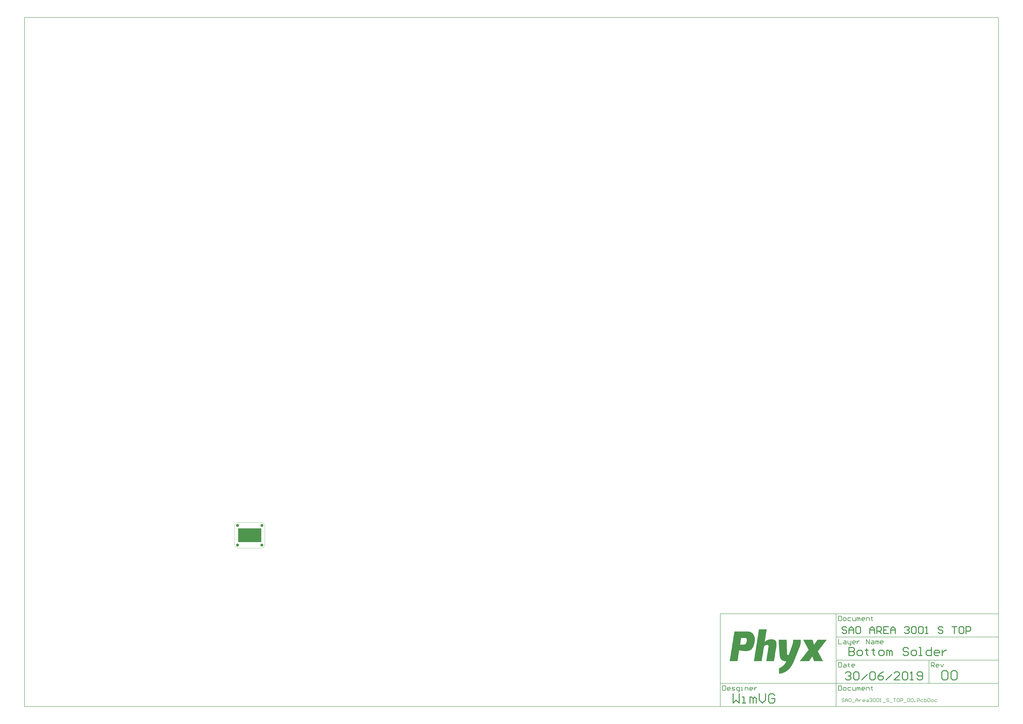
<source format=gbs>
G04*
G04 #@! TF.GenerationSoftware,Altium Limited,Altium Designer,18.1.11 (251)*
G04*
G04 Layer_Color=16711935*
%FSLAX25Y25*%
%MOIN*%
G70*
G01*
G75*
%ADD10C,0.01575*%
%ADD11C,0.00394*%
%ADD12C,0.00787*%
%ADD13C,0.00984*%
%ADD14C,0.05118*%
%ADD16R,0.39370X0.23622*%
G36*
X872201Y-141778D02*
X873919D01*
Y-142065D01*
X874778D01*
Y-142351D01*
X875637D01*
Y-142637D01*
X876496D01*
Y-142924D01*
X877069D01*
Y-143210D01*
X877355D01*
Y-143496D01*
X877928D01*
Y-143783D01*
X878214D01*
Y-144069D01*
X878786D01*
Y-144355D01*
X879073D01*
Y-144641D01*
X879359D01*
Y-144928D01*
X879646D01*
Y-145214D01*
X879932D01*
Y-145501D01*
X880218D01*
Y-145787D01*
X880504D01*
Y-146073D01*
Y-146359D01*
X880791D01*
Y-146646D01*
X881077D01*
Y-146932D01*
Y-147218D01*
X881363D01*
Y-147505D01*
X881650D01*
Y-147791D01*
Y-148077D01*
X881936D01*
Y-148364D01*
Y-148650D01*
Y-148936D01*
X882222D01*
Y-149223D01*
Y-149509D01*
Y-149795D01*
X882509D01*
Y-150082D01*
Y-150368D01*
Y-150654D01*
Y-150940D01*
X882795D01*
Y-151227D01*
Y-151513D01*
Y-151799D01*
Y-152086D01*
Y-152372D01*
X883081D01*
Y-152658D01*
Y-152945D01*
Y-153231D01*
Y-153517D01*
Y-153804D01*
Y-154090D01*
Y-154376D01*
Y-154663D01*
Y-154949D01*
Y-155235D01*
Y-155521D01*
Y-155808D01*
Y-156094D01*
Y-156380D01*
Y-156667D01*
Y-156953D01*
Y-157239D01*
Y-157526D01*
Y-157812D01*
Y-158098D01*
X882795D01*
Y-158385D01*
Y-158671D01*
Y-158957D01*
Y-159244D01*
Y-159530D01*
Y-159816D01*
Y-160102D01*
X882509D01*
Y-160389D01*
Y-160675D01*
Y-160961D01*
Y-161248D01*
Y-161534D01*
X882222D01*
Y-161820D01*
Y-162107D01*
Y-162393D01*
Y-162679D01*
Y-162966D01*
X881936D01*
Y-163252D01*
Y-163538D01*
Y-163824D01*
X881650D01*
Y-164111D01*
Y-164397D01*
Y-164683D01*
Y-164970D01*
X881363D01*
Y-165256D01*
Y-165542D01*
Y-165829D01*
X881077D01*
Y-166115D01*
Y-166401D01*
X880791D01*
Y-166688D01*
Y-166974D01*
Y-167260D01*
X880504D01*
Y-167547D01*
Y-167833D01*
X880218D01*
Y-168119D01*
Y-168405D01*
X879932D01*
Y-168692D01*
Y-168978D01*
X879646D01*
Y-169264D01*
X879359D01*
Y-169551D01*
Y-169837D01*
X879073D01*
Y-170123D01*
X878786D01*
Y-170410D01*
X878500D01*
Y-170696D01*
Y-170982D01*
X878214D01*
Y-171269D01*
X877928D01*
Y-171555D01*
X877641D01*
Y-171841D01*
X877355D01*
Y-172127D01*
X877069D01*
Y-172414D01*
X876496D01*
Y-172700D01*
X876210D01*
Y-172986D01*
X875637D01*
Y-173273D01*
X875351D01*
Y-173559D01*
X874778D01*
Y-173845D01*
X873919D01*
Y-174132D01*
X873060D01*
Y-174418D01*
X872201D01*
Y-174704D01*
X870483D01*
Y-174991D01*
X865330D01*
Y-174704D01*
X862753D01*
Y-174418D01*
X860749D01*
Y-174132D01*
X859317D01*
Y-173845D01*
X857886D01*
Y-173559D01*
X856454D01*
Y-173845D01*
Y-174132D01*
Y-174418D01*
Y-174704D01*
Y-174991D01*
Y-175277D01*
Y-175563D01*
X856168D01*
Y-175850D01*
Y-176136D01*
Y-176422D01*
Y-176709D01*
Y-176995D01*
Y-177281D01*
X855882D01*
Y-177568D01*
Y-177854D01*
Y-178140D01*
Y-178426D01*
Y-178713D01*
Y-178999D01*
X855595D01*
Y-179285D01*
Y-179572D01*
Y-179858D01*
Y-180144D01*
Y-180431D01*
Y-180717D01*
Y-181003D01*
X855309D01*
Y-181290D01*
Y-181576D01*
Y-181862D01*
Y-182149D01*
Y-182435D01*
Y-182721D01*
X855023D01*
Y-183007D01*
Y-183294D01*
Y-183580D01*
Y-183866D01*
Y-184153D01*
Y-184439D01*
X854736D01*
Y-184725D01*
Y-185012D01*
Y-185298D01*
Y-185584D01*
Y-185871D01*
Y-186157D01*
Y-186443D01*
X854450D01*
Y-186730D01*
Y-187016D01*
Y-187302D01*
Y-187588D01*
Y-187875D01*
Y-188161D01*
X854164D01*
Y-188447D01*
Y-188734D01*
Y-189020D01*
Y-189306D01*
Y-189593D01*
Y-189879D01*
X853877D01*
Y-190165D01*
Y-190452D01*
Y-190738D01*
Y-191024D01*
Y-191311D01*
Y-191597D01*
Y-191883D01*
X840421D01*
Y-191597D01*
X840707D01*
Y-191311D01*
Y-191024D01*
Y-190738D01*
Y-190452D01*
Y-190165D01*
X840993D01*
Y-189879D01*
Y-189593D01*
Y-189306D01*
Y-189020D01*
Y-188734D01*
Y-188447D01*
Y-188161D01*
X841280D01*
Y-187875D01*
Y-187588D01*
Y-187302D01*
Y-187016D01*
Y-186730D01*
Y-186443D01*
X841566D01*
Y-186157D01*
Y-185871D01*
Y-185584D01*
Y-185298D01*
Y-185012D01*
Y-184725D01*
X841852D01*
Y-184439D01*
Y-184153D01*
Y-183866D01*
Y-183580D01*
Y-183294D01*
Y-183007D01*
Y-182721D01*
X842138D01*
Y-182435D01*
Y-182149D01*
Y-181862D01*
Y-181576D01*
Y-181290D01*
Y-181003D01*
X842425D01*
Y-180717D01*
Y-180431D01*
Y-180144D01*
Y-179858D01*
Y-179572D01*
Y-179285D01*
X842711D01*
Y-178999D01*
Y-178713D01*
Y-178426D01*
Y-178140D01*
Y-177854D01*
Y-177568D01*
X842997D01*
Y-177281D01*
Y-176995D01*
Y-176709D01*
Y-176422D01*
Y-176136D01*
Y-175850D01*
Y-175563D01*
X843284D01*
Y-175277D01*
Y-174991D01*
Y-174704D01*
Y-174418D01*
Y-174132D01*
Y-173845D01*
X843570D01*
Y-173559D01*
Y-173273D01*
Y-172986D01*
Y-172700D01*
Y-172414D01*
Y-172127D01*
X843856D01*
Y-171841D01*
Y-171555D01*
Y-171269D01*
Y-170982D01*
Y-170696D01*
Y-170410D01*
X844143D01*
Y-170123D01*
Y-169837D01*
Y-169551D01*
Y-169264D01*
Y-168978D01*
Y-168692D01*
Y-168405D01*
X844429D01*
Y-168119D01*
Y-167833D01*
Y-167547D01*
Y-167260D01*
Y-166974D01*
Y-166688D01*
X844715D01*
Y-166401D01*
Y-166115D01*
Y-165829D01*
Y-165542D01*
Y-165256D01*
Y-164970D01*
X845002D01*
Y-164683D01*
Y-164397D01*
Y-164111D01*
Y-163824D01*
Y-163538D01*
Y-163252D01*
Y-162966D01*
X845288D01*
Y-162679D01*
Y-162393D01*
Y-162107D01*
Y-161820D01*
Y-161534D01*
Y-161248D01*
X845574D01*
Y-160961D01*
Y-160675D01*
Y-160389D01*
Y-160102D01*
Y-159816D01*
Y-159530D01*
X845861D01*
Y-159244D01*
Y-158957D01*
Y-158671D01*
Y-158385D01*
Y-158098D01*
Y-157812D01*
X846147D01*
Y-157526D01*
Y-157239D01*
Y-156953D01*
Y-156667D01*
Y-156380D01*
Y-156094D01*
Y-155808D01*
X846433D01*
Y-155521D01*
Y-155235D01*
Y-154949D01*
Y-154663D01*
Y-154376D01*
Y-154090D01*
X846719D01*
Y-153804D01*
Y-153517D01*
Y-153231D01*
Y-152945D01*
Y-152658D01*
Y-152372D01*
X847006D01*
Y-152086D01*
Y-151799D01*
Y-151513D01*
Y-151227D01*
Y-150940D01*
Y-150654D01*
Y-150368D01*
X847292D01*
Y-150082D01*
Y-149795D01*
Y-149509D01*
Y-149223D01*
Y-148936D01*
Y-148650D01*
X847578D01*
Y-148364D01*
Y-148077D01*
Y-147791D01*
Y-147505D01*
Y-147218D01*
Y-146932D01*
X847865D01*
Y-146646D01*
Y-146359D01*
Y-146073D01*
Y-145787D01*
Y-145501D01*
Y-145214D01*
Y-144928D01*
X848151D01*
Y-144641D01*
Y-144355D01*
Y-144069D01*
Y-143783D01*
Y-143496D01*
Y-143210D01*
X848437D01*
Y-142924D01*
Y-142637D01*
Y-142351D01*
Y-142065D01*
Y-141778D01*
Y-141492D01*
X872201D01*
Y-141778D01*
D02*
G37*
G36*
X903409Y-138343D02*
Y-138629D01*
X903123D01*
Y-138915D01*
Y-139202D01*
Y-139488D01*
Y-139774D01*
Y-140060D01*
Y-140347D01*
X902837D01*
Y-140633D01*
Y-140919D01*
Y-141206D01*
Y-141492D01*
Y-141778D01*
Y-142065D01*
X902551D01*
Y-142351D01*
Y-142637D01*
Y-142924D01*
Y-143210D01*
Y-143496D01*
Y-143783D01*
Y-144069D01*
X902264D01*
Y-144355D01*
Y-144641D01*
Y-144928D01*
Y-145214D01*
Y-145501D01*
Y-145787D01*
X901978D01*
Y-146073D01*
Y-146359D01*
Y-146646D01*
Y-146932D01*
Y-147218D01*
Y-147505D01*
X901692D01*
Y-147791D01*
Y-148077D01*
Y-148364D01*
Y-148650D01*
Y-148936D01*
Y-149223D01*
Y-149509D01*
X901405D01*
Y-149795D01*
Y-150082D01*
Y-150368D01*
Y-150654D01*
Y-150940D01*
Y-151227D01*
X901119D01*
Y-151513D01*
Y-151799D01*
Y-152086D01*
Y-152372D01*
Y-152658D01*
Y-152945D01*
X900833D01*
Y-153231D01*
Y-153517D01*
Y-153804D01*
Y-154090D01*
Y-154376D01*
Y-154663D01*
X900546D01*
Y-154949D01*
Y-155235D01*
Y-155521D01*
Y-155808D01*
Y-156094D01*
Y-156380D01*
Y-156667D01*
X900260D01*
Y-156953D01*
Y-157239D01*
Y-157526D01*
Y-157812D01*
Y-158098D01*
Y-158385D01*
X899974D01*
Y-158671D01*
Y-158957D01*
X900546D01*
Y-158671D01*
X900833D01*
Y-158385D01*
X901119D01*
Y-158098D01*
X901692D01*
Y-157812D01*
X901978D01*
Y-157526D01*
X902264D01*
Y-157239D01*
X902837D01*
Y-156953D01*
X903409D01*
Y-156667D01*
X903696D01*
Y-156380D01*
X904268D01*
Y-156094D01*
X905127D01*
Y-155808D01*
X905700D01*
Y-155521D01*
X906559D01*
Y-155235D01*
X907990D01*
Y-154949D01*
X914289D01*
Y-155235D01*
X915435D01*
Y-155521D01*
X916294D01*
Y-155808D01*
X916866D01*
Y-156094D01*
X917153D01*
Y-156380D01*
X917725D01*
Y-156667D01*
X918011D01*
Y-156953D01*
X918298D01*
Y-157239D01*
X918584D01*
Y-157526D01*
X918870D01*
Y-157812D01*
Y-158098D01*
X919157D01*
Y-158385D01*
Y-158671D01*
X919443D01*
Y-158957D01*
Y-159244D01*
Y-159530D01*
X919729D01*
Y-159816D01*
Y-160102D01*
Y-160389D01*
Y-160675D01*
X920016D01*
Y-160961D01*
Y-161248D01*
Y-161534D01*
Y-161820D01*
Y-162107D01*
Y-162393D01*
Y-162679D01*
Y-162966D01*
Y-163252D01*
Y-163538D01*
Y-163824D01*
Y-164111D01*
Y-164397D01*
Y-164683D01*
Y-164970D01*
Y-165256D01*
Y-165542D01*
Y-165829D01*
X919729D01*
Y-166115D01*
Y-166401D01*
Y-166688D01*
Y-166974D01*
Y-167260D01*
Y-167547D01*
Y-167833D01*
X919443D01*
Y-168119D01*
Y-168405D01*
Y-168692D01*
Y-168978D01*
Y-169264D01*
Y-169551D01*
Y-169837D01*
X919157D01*
Y-170123D01*
Y-170410D01*
Y-170696D01*
Y-170982D01*
Y-171269D01*
Y-171555D01*
X918870D01*
Y-171841D01*
Y-172127D01*
Y-172414D01*
Y-172700D01*
Y-172986D01*
Y-173273D01*
X918584D01*
Y-173559D01*
Y-173845D01*
Y-174132D01*
Y-174418D01*
Y-174704D01*
Y-174991D01*
X918298D01*
Y-175277D01*
Y-175563D01*
Y-175850D01*
Y-176136D01*
Y-176422D01*
Y-176709D01*
Y-176995D01*
X918011D01*
Y-177281D01*
Y-177568D01*
Y-177854D01*
Y-178140D01*
Y-178426D01*
Y-178713D01*
X917725D01*
Y-178999D01*
Y-179285D01*
Y-179572D01*
Y-179858D01*
Y-180144D01*
Y-180431D01*
X917439D01*
Y-180717D01*
Y-181003D01*
Y-181290D01*
Y-181576D01*
Y-181862D01*
Y-182149D01*
Y-182435D01*
X917153D01*
Y-182721D01*
Y-183007D01*
Y-183294D01*
Y-183580D01*
Y-183866D01*
Y-184153D01*
X916866D01*
Y-184439D01*
Y-184725D01*
Y-185012D01*
Y-185298D01*
Y-185584D01*
Y-185871D01*
X916580D01*
Y-186157D01*
Y-186443D01*
Y-186730D01*
Y-187016D01*
Y-187302D01*
Y-187588D01*
X916294D01*
Y-187875D01*
Y-188161D01*
Y-188447D01*
Y-188734D01*
Y-189020D01*
Y-189306D01*
Y-189593D01*
X916007D01*
Y-189879D01*
Y-190165D01*
Y-190452D01*
Y-190738D01*
Y-191024D01*
Y-191311D01*
X915721D01*
Y-191597D01*
Y-191883D01*
X902551D01*
Y-191597D01*
Y-191311D01*
X902837D01*
Y-191024D01*
Y-190738D01*
Y-190452D01*
Y-190165D01*
Y-189879D01*
Y-189593D01*
X903123D01*
Y-189306D01*
Y-189020D01*
Y-188734D01*
Y-188447D01*
Y-188161D01*
Y-187875D01*
Y-187588D01*
X903409D01*
Y-187302D01*
Y-187016D01*
Y-186730D01*
Y-186443D01*
Y-186157D01*
Y-185871D01*
X903696D01*
Y-185584D01*
Y-185298D01*
Y-185012D01*
Y-184725D01*
Y-184439D01*
Y-184153D01*
X903982D01*
Y-183866D01*
Y-183580D01*
Y-183294D01*
Y-183007D01*
Y-182721D01*
Y-182435D01*
Y-182149D01*
X904268D01*
Y-181862D01*
Y-181576D01*
Y-181290D01*
Y-181003D01*
Y-180717D01*
Y-180431D01*
X904555D01*
Y-180144D01*
Y-179858D01*
Y-179572D01*
Y-179285D01*
Y-178999D01*
Y-178713D01*
Y-178426D01*
X904841D01*
Y-178140D01*
Y-177854D01*
Y-177568D01*
Y-177281D01*
Y-176995D01*
Y-176709D01*
X905127D01*
Y-176422D01*
Y-176136D01*
Y-175850D01*
Y-175563D01*
Y-175277D01*
Y-174991D01*
X905414D01*
Y-174704D01*
Y-174418D01*
Y-174132D01*
Y-173845D01*
Y-173559D01*
Y-173273D01*
X905700D01*
Y-172986D01*
Y-172700D01*
Y-172414D01*
Y-172127D01*
Y-171841D01*
Y-171555D01*
Y-171269D01*
X905986D01*
Y-170982D01*
Y-170696D01*
Y-170410D01*
Y-170123D01*
Y-169837D01*
Y-169551D01*
X906273D01*
Y-169264D01*
Y-168978D01*
Y-168692D01*
Y-168405D01*
Y-168119D01*
Y-167833D01*
Y-167547D01*
X906559D01*
Y-167260D01*
Y-166974D01*
Y-166688D01*
Y-166401D01*
Y-166115D01*
Y-165829D01*
X906273D01*
Y-165542D01*
Y-165256D01*
X905986D01*
Y-164970D01*
X905700D01*
Y-164683D01*
X905127D01*
Y-164397D01*
X903409D01*
Y-164683D01*
X901978D01*
Y-164970D01*
X901119D01*
Y-165256D01*
X900546D01*
Y-165542D01*
X900260D01*
Y-165829D01*
X899687D01*
Y-166115D01*
X899401D01*
Y-166401D01*
X899115D01*
Y-166688D01*
Y-166974D01*
X898828D01*
Y-167260D01*
Y-167547D01*
Y-167833D01*
X898542D01*
Y-168119D01*
Y-168405D01*
Y-168692D01*
Y-168978D01*
Y-169264D01*
Y-169551D01*
X898256D01*
Y-169837D01*
Y-170123D01*
Y-170410D01*
Y-170696D01*
Y-170982D01*
Y-171269D01*
Y-171555D01*
X897970D01*
Y-171841D01*
Y-172127D01*
Y-172414D01*
Y-172700D01*
Y-172986D01*
Y-173273D01*
X897683D01*
Y-173559D01*
Y-173845D01*
Y-174132D01*
Y-174418D01*
Y-174704D01*
Y-174991D01*
X897397D01*
Y-175277D01*
Y-175563D01*
Y-175850D01*
Y-176136D01*
Y-176422D01*
Y-176709D01*
X897111D01*
Y-176995D01*
Y-177281D01*
Y-177568D01*
Y-177854D01*
Y-178140D01*
Y-178426D01*
Y-178713D01*
X896824D01*
Y-178999D01*
Y-179285D01*
Y-179572D01*
Y-179858D01*
Y-180144D01*
Y-180431D01*
X896538D01*
Y-180717D01*
Y-181003D01*
Y-181290D01*
Y-181576D01*
Y-181862D01*
Y-182149D01*
X896252D01*
Y-182435D01*
Y-182721D01*
Y-183007D01*
Y-183294D01*
Y-183580D01*
Y-183866D01*
Y-184153D01*
X895965D01*
Y-184439D01*
Y-184725D01*
Y-185012D01*
Y-185298D01*
Y-185584D01*
Y-185871D01*
X895679D01*
Y-186157D01*
Y-186443D01*
Y-186730D01*
Y-187016D01*
Y-187302D01*
Y-187588D01*
X895393D01*
Y-187875D01*
Y-188161D01*
Y-188447D01*
Y-188734D01*
Y-189020D01*
Y-189306D01*
X895106D01*
Y-189593D01*
Y-189879D01*
Y-190165D01*
Y-190452D01*
Y-190738D01*
Y-191024D01*
Y-191311D01*
X894820D01*
Y-191597D01*
Y-191883D01*
X881650D01*
Y-191597D01*
Y-191311D01*
X881936D01*
Y-191024D01*
Y-190738D01*
Y-190452D01*
Y-190165D01*
Y-189879D01*
Y-189593D01*
Y-189306D01*
X882222D01*
Y-189020D01*
Y-188734D01*
Y-188447D01*
Y-188161D01*
Y-187875D01*
Y-187588D01*
X882509D01*
Y-187302D01*
Y-187016D01*
Y-186730D01*
Y-186443D01*
Y-186157D01*
Y-185871D01*
X882795D01*
Y-185584D01*
Y-185298D01*
Y-185012D01*
Y-184725D01*
Y-184439D01*
Y-184153D01*
Y-183866D01*
X883081D01*
Y-183580D01*
Y-183294D01*
Y-183007D01*
Y-182721D01*
Y-182435D01*
Y-182149D01*
X883368D01*
Y-181862D01*
Y-181576D01*
Y-181290D01*
Y-181003D01*
Y-180717D01*
Y-180431D01*
X883654D01*
Y-180144D01*
Y-179858D01*
Y-179572D01*
Y-179285D01*
Y-178999D01*
Y-178713D01*
X883940D01*
Y-178426D01*
Y-178140D01*
Y-177854D01*
Y-177568D01*
Y-177281D01*
Y-176995D01*
Y-176709D01*
X884227D01*
Y-176422D01*
Y-176136D01*
Y-175850D01*
Y-175563D01*
Y-175277D01*
Y-174991D01*
X884513D01*
Y-174704D01*
Y-174418D01*
Y-174132D01*
Y-173845D01*
Y-173559D01*
Y-173273D01*
X884799D01*
Y-172986D01*
Y-172700D01*
Y-172414D01*
Y-172127D01*
Y-171841D01*
Y-171555D01*
Y-171269D01*
X885085D01*
Y-170982D01*
Y-170696D01*
Y-170410D01*
Y-170123D01*
Y-169837D01*
Y-169551D01*
X885372D01*
Y-169264D01*
Y-168978D01*
Y-168692D01*
Y-168405D01*
Y-168119D01*
Y-167833D01*
X885658D01*
Y-167547D01*
Y-167260D01*
Y-166974D01*
Y-166688D01*
Y-166401D01*
Y-166115D01*
X885944D01*
Y-165829D01*
Y-165542D01*
Y-165256D01*
Y-164970D01*
Y-164683D01*
Y-164397D01*
Y-164111D01*
X886231D01*
Y-163824D01*
Y-163538D01*
Y-163252D01*
Y-162966D01*
Y-162679D01*
Y-162393D01*
X886517D01*
Y-162107D01*
Y-161820D01*
Y-161534D01*
Y-161248D01*
Y-160961D01*
Y-160675D01*
X886803D01*
Y-160389D01*
Y-160102D01*
Y-159816D01*
Y-159530D01*
Y-159244D01*
Y-158957D01*
X887090D01*
Y-158671D01*
Y-158385D01*
Y-158098D01*
Y-157812D01*
Y-157526D01*
Y-157239D01*
Y-156953D01*
X887376D01*
Y-156667D01*
Y-156380D01*
Y-156094D01*
Y-155808D01*
Y-155521D01*
Y-155235D01*
X887662D01*
Y-154949D01*
Y-154663D01*
Y-154376D01*
Y-154090D01*
Y-153804D01*
Y-153517D01*
X887949D01*
Y-153231D01*
Y-152945D01*
Y-152658D01*
Y-152372D01*
Y-152086D01*
Y-151799D01*
Y-151513D01*
X888235D01*
Y-151227D01*
Y-150940D01*
Y-150654D01*
Y-150368D01*
Y-150082D01*
Y-149795D01*
X888521D01*
Y-149509D01*
Y-149223D01*
Y-148936D01*
Y-148650D01*
Y-148364D01*
Y-148077D01*
X888807D01*
Y-147791D01*
Y-147505D01*
Y-147218D01*
Y-146932D01*
Y-146646D01*
Y-146359D01*
X889094D01*
Y-146073D01*
Y-145787D01*
Y-145501D01*
Y-145214D01*
Y-144928D01*
Y-144641D01*
Y-144355D01*
X889380D01*
Y-144069D01*
Y-143783D01*
Y-143496D01*
Y-143210D01*
Y-142924D01*
Y-142637D01*
X889666D01*
Y-142351D01*
Y-142065D01*
Y-141778D01*
Y-141492D01*
Y-141206D01*
Y-140919D01*
X889953D01*
Y-140633D01*
Y-140347D01*
Y-140060D01*
Y-139774D01*
Y-139488D01*
Y-139202D01*
Y-138915D01*
X890239D01*
Y-138629D01*
Y-138343D01*
Y-138056D01*
X903409D01*
Y-138343D01*
D02*
G37*
G36*
X1005337Y-155808D02*
X1005050D01*
Y-156094D01*
X1004764D01*
Y-156380D01*
Y-156667D01*
X1004478D01*
Y-156953D01*
X1004192D01*
Y-157239D01*
X1003905D01*
Y-157526D01*
Y-157812D01*
X1003619D01*
Y-158098D01*
X1003333D01*
Y-158385D01*
X1003046D01*
Y-158671D01*
X1002760D01*
Y-158957D01*
Y-159244D01*
X1002474D01*
Y-159530D01*
X1002187D01*
Y-159816D01*
X1001901D01*
Y-160102D01*
Y-160389D01*
X1001615D01*
Y-160675D01*
X1001328D01*
Y-160961D01*
X1001042D01*
Y-161248D01*
X1000756D01*
Y-161534D01*
Y-161820D01*
X1000469D01*
Y-162107D01*
X1000183D01*
Y-162393D01*
X999897D01*
Y-162679D01*
Y-162966D01*
X999611D01*
Y-163252D01*
X999324D01*
Y-163538D01*
X999038D01*
Y-163824D01*
Y-164111D01*
X998752D01*
Y-164397D01*
X998465D01*
Y-164683D01*
X998179D01*
Y-164970D01*
X997893D01*
Y-165256D01*
Y-165542D01*
X997606D01*
Y-165829D01*
X997320D01*
Y-166115D01*
X997034D01*
Y-166401D01*
Y-166688D01*
X996747D01*
Y-166974D01*
X996461D01*
Y-167260D01*
X996175D01*
Y-167547D01*
Y-167833D01*
X995889D01*
Y-168119D01*
X995602D01*
Y-168405D01*
X995316D01*
Y-168692D01*
X995030D01*
Y-168978D01*
Y-169264D01*
X994743D01*
Y-169551D01*
X994457D01*
Y-169837D01*
X994171D01*
Y-170123D01*
Y-170410D01*
X993884D01*
Y-170696D01*
X993598D01*
Y-170982D01*
X993312D01*
Y-171269D01*
Y-171555D01*
X993025D01*
Y-171841D01*
X992739D01*
Y-172127D01*
X992453D01*
Y-172414D01*
X992166D01*
Y-172700D01*
Y-172986D01*
X991880D01*
Y-173273D01*
X991594D01*
Y-173559D01*
X991308D01*
Y-173845D01*
Y-174132D01*
X991021D01*
Y-174418D01*
X990735D01*
Y-174704D01*
X990449D01*
Y-174991D01*
X990162D01*
Y-175277D01*
Y-175563D01*
X990449D01*
Y-175850D01*
Y-176136D01*
X990735D01*
Y-176422D01*
Y-176709D01*
X991021D01*
Y-176995D01*
X991308D01*
Y-177281D01*
Y-177568D01*
X991594D01*
Y-177854D01*
Y-178140D01*
X991880D01*
Y-178426D01*
Y-178713D01*
X992166D01*
Y-178999D01*
Y-179285D01*
X992453D01*
Y-179572D01*
Y-179858D01*
X992739D01*
Y-180144D01*
Y-180431D01*
X993025D01*
Y-180717D01*
Y-181003D01*
X993312D01*
Y-181290D01*
Y-181576D01*
X993598D01*
Y-181862D01*
X993884D01*
Y-182149D01*
Y-182435D01*
X994171D01*
Y-182721D01*
Y-183007D01*
X994457D01*
Y-183294D01*
Y-183580D01*
X994743D01*
Y-183866D01*
Y-184153D01*
X995030D01*
Y-184439D01*
Y-184725D01*
X995316D01*
Y-185012D01*
Y-185298D01*
X995602D01*
Y-185584D01*
Y-185871D01*
X995889D01*
Y-186157D01*
X996175D01*
Y-186443D01*
Y-186730D01*
X996461D01*
Y-187016D01*
Y-187302D01*
X996747D01*
Y-187588D01*
Y-187875D01*
X997034D01*
Y-188161D01*
Y-188447D01*
X997320D01*
Y-188734D01*
Y-189020D01*
X997606D01*
Y-189306D01*
Y-189593D01*
X997893D01*
Y-189879D01*
Y-190165D01*
X998179D01*
Y-190452D01*
X998465D01*
Y-190738D01*
Y-191024D01*
X998752D01*
Y-191311D01*
Y-191597D01*
X999038D01*
Y-191883D01*
X983863D01*
Y-191597D01*
X983577D01*
Y-191311D01*
Y-191024D01*
Y-190738D01*
X983291D01*
Y-190452D01*
Y-190165D01*
Y-189879D01*
X983004D01*
Y-189593D01*
Y-189306D01*
X982718D01*
Y-189020D01*
Y-188734D01*
Y-188447D01*
X982432D01*
Y-188161D01*
Y-187875D01*
Y-187588D01*
X982146D01*
Y-187302D01*
Y-187016D01*
X981859D01*
Y-186730D01*
Y-186443D01*
Y-186157D01*
X981573D01*
Y-185871D01*
Y-185584D01*
Y-185298D01*
X981287D01*
Y-185012D01*
Y-184725D01*
Y-184439D01*
X981000D01*
Y-184153D01*
X980428D01*
Y-184439D01*
Y-184725D01*
X980141D01*
Y-185012D01*
X979855D01*
Y-185298D01*
Y-185584D01*
X979569D01*
Y-185871D01*
X979282D01*
Y-186157D01*
Y-186443D01*
X978996D01*
Y-186730D01*
X978710D01*
Y-187016D01*
Y-187302D01*
X978423D01*
Y-187588D01*
X978137D01*
Y-187875D01*
X977851D01*
Y-188161D01*
Y-188447D01*
X977565D01*
Y-188734D01*
X977278D01*
Y-189020D01*
Y-189306D01*
X976992D01*
Y-189593D01*
X976705D01*
Y-189879D01*
Y-190165D01*
X976419D01*
Y-190452D01*
X976133D01*
Y-190738D01*
Y-191024D01*
X975847D01*
Y-191311D01*
X975560D01*
Y-191597D01*
Y-191883D01*
X959527D01*
Y-191597D01*
X959813D01*
Y-191311D01*
X960099D01*
Y-191024D01*
X960386D01*
Y-190738D01*
X960672D01*
Y-190452D01*
Y-190165D01*
X960958D01*
Y-189879D01*
X961245D01*
Y-189593D01*
X961531D01*
Y-189306D01*
X961817D01*
Y-189020D01*
Y-188734D01*
X962104D01*
Y-188447D01*
X962390D01*
Y-188161D01*
X962676D01*
Y-187875D01*
Y-187588D01*
X962963D01*
Y-187302D01*
X963249D01*
Y-187016D01*
X963535D01*
Y-186730D01*
X963822D01*
Y-186443D01*
Y-186157D01*
X964108D01*
Y-185871D01*
X964394D01*
Y-185584D01*
X964680D01*
Y-185298D01*
X964967D01*
Y-185012D01*
Y-184725D01*
X965253D01*
Y-184439D01*
X965539D01*
Y-184153D01*
X965826D01*
Y-183866D01*
Y-183580D01*
X966112D01*
Y-183294D01*
X966398D01*
Y-183007D01*
X966685D01*
Y-182721D01*
X966971D01*
Y-182435D01*
Y-182149D01*
X967257D01*
Y-181862D01*
X967544D01*
Y-181576D01*
X967830D01*
Y-181290D01*
Y-181003D01*
X968116D01*
Y-180717D01*
X968402D01*
Y-180431D01*
X968689D01*
Y-180144D01*
X968975D01*
Y-179858D01*
Y-179572D01*
X969261D01*
Y-179285D01*
X969548D01*
Y-178999D01*
X969834D01*
Y-178713D01*
Y-178426D01*
X970120D01*
Y-178140D01*
X970407D01*
Y-177854D01*
X970693D01*
Y-177568D01*
X970979D01*
Y-177281D01*
Y-176995D01*
X971266D01*
Y-176709D01*
X971552D01*
Y-176422D01*
X971838D01*
Y-176136D01*
X972124D01*
Y-175850D01*
Y-175563D01*
X972411D01*
Y-175277D01*
X972697D01*
Y-174991D01*
X972983D01*
Y-174704D01*
Y-174418D01*
X973270D01*
Y-174132D01*
X973556D01*
Y-173845D01*
X973842D01*
Y-173559D01*
X974129D01*
Y-173273D01*
Y-172986D01*
X974415D01*
Y-172700D01*
Y-172414D01*
Y-172127D01*
X974129D01*
Y-171841D01*
X973842D01*
Y-171555D01*
Y-171269D01*
X973556D01*
Y-170982D01*
Y-170696D01*
X973270D01*
Y-170410D01*
Y-170123D01*
X972983D01*
Y-169837D01*
Y-169551D01*
X972697D01*
Y-169264D01*
Y-168978D01*
X972411D01*
Y-168692D01*
Y-168405D01*
X972124D01*
Y-168119D01*
X971838D01*
Y-167833D01*
Y-167547D01*
X971552D01*
Y-167260D01*
Y-166974D01*
X971266D01*
Y-166688D01*
Y-166401D01*
X970979D01*
Y-166115D01*
Y-165829D01*
X970693D01*
Y-165542D01*
Y-165256D01*
X970407D01*
Y-164970D01*
Y-164683D01*
X970120D01*
Y-164397D01*
X969834D01*
Y-164111D01*
Y-163824D01*
X969548D01*
Y-163538D01*
Y-163252D01*
X969261D01*
Y-162966D01*
Y-162679D01*
X968975D01*
Y-162393D01*
Y-162107D01*
X968689D01*
Y-161820D01*
Y-161534D01*
X968402D01*
Y-161248D01*
Y-160961D01*
X968116D01*
Y-160675D01*
Y-160389D01*
X967830D01*
Y-160102D01*
X967544D01*
Y-159816D01*
Y-159530D01*
X967257D01*
Y-159244D01*
Y-158957D01*
X966971D01*
Y-158671D01*
Y-158385D01*
X966685D01*
Y-158098D01*
Y-157812D01*
X966398D01*
Y-157526D01*
Y-157239D01*
X966112D01*
Y-156953D01*
Y-156667D01*
X965826D01*
Y-156380D01*
X965539D01*
Y-156094D01*
Y-155808D01*
X965253D01*
Y-155521D01*
X981000D01*
Y-155808D01*
X981287D01*
Y-156094D01*
Y-156380D01*
Y-156667D01*
X981573D01*
Y-156953D01*
Y-157239D01*
Y-157526D01*
X981859D01*
Y-157812D01*
Y-158098D01*
Y-158385D01*
X982146D01*
Y-158671D01*
Y-158957D01*
Y-159244D01*
X982432D01*
Y-159530D01*
Y-159816D01*
Y-160102D01*
X982718D01*
Y-160389D01*
Y-160675D01*
Y-160961D01*
X983004D01*
Y-161248D01*
Y-161534D01*
Y-161820D01*
X983291D01*
Y-162107D01*
Y-162393D01*
Y-162679D01*
X983577D01*
Y-162966D01*
Y-163252D01*
Y-163538D01*
Y-163824D01*
X984150D01*
Y-163538D01*
X984436D01*
Y-163252D01*
X984722D01*
Y-162966D01*
Y-162679D01*
X985009D01*
Y-162393D01*
X985295D01*
Y-162107D01*
Y-161820D01*
X985581D01*
Y-161534D01*
X985868D01*
Y-161248D01*
Y-160961D01*
X986154D01*
Y-160675D01*
X986440D01*
Y-160389D01*
Y-160102D01*
X986726D01*
Y-159816D01*
X987013D01*
Y-159530D01*
Y-159244D01*
X987299D01*
Y-158957D01*
X987585D01*
Y-158671D01*
Y-158385D01*
X987872D01*
Y-158098D01*
X988158D01*
Y-157812D01*
Y-157526D01*
X988444D01*
Y-157239D01*
X988731D01*
Y-156953D01*
Y-156667D01*
X989017D01*
Y-156380D01*
X989303D01*
Y-156094D01*
Y-155808D01*
X989590D01*
Y-155521D01*
X1005337D01*
Y-155808D01*
D02*
G37*
G36*
X961245D02*
Y-156094D01*
Y-156380D01*
Y-156667D01*
Y-156953D01*
Y-157239D01*
Y-157526D01*
Y-157812D01*
Y-158098D01*
Y-158385D01*
Y-158671D01*
Y-158957D01*
Y-159244D01*
Y-159530D01*
Y-159816D01*
Y-160102D01*
Y-160389D01*
Y-160675D01*
Y-160961D01*
Y-161248D01*
Y-161534D01*
X960958D01*
Y-161820D01*
Y-162107D01*
Y-162393D01*
Y-162679D01*
Y-162966D01*
X960672D01*
Y-163252D01*
Y-163538D01*
Y-163824D01*
Y-164111D01*
X960386D01*
Y-164397D01*
Y-164683D01*
Y-164970D01*
Y-165256D01*
X960099D01*
Y-165542D01*
Y-165829D01*
Y-166115D01*
X959813D01*
Y-166401D01*
Y-166688D01*
Y-166974D01*
X959527D01*
Y-167260D01*
Y-167547D01*
Y-167833D01*
X959241D01*
Y-168119D01*
Y-168405D01*
Y-168692D01*
X958954D01*
Y-168978D01*
Y-169264D01*
X958668D01*
Y-169551D01*
Y-169837D01*
X958381D01*
Y-170123D01*
Y-170410D01*
Y-170696D01*
X958095D01*
Y-170982D01*
Y-171269D01*
X957809D01*
Y-171555D01*
Y-171841D01*
Y-172127D01*
X957523D01*
Y-172414D01*
Y-172700D01*
X957236D01*
Y-172986D01*
Y-173273D01*
Y-173559D01*
X956950D01*
Y-173845D01*
Y-174132D01*
X956664D01*
Y-174418D01*
Y-174704D01*
Y-174991D01*
X956377D01*
Y-175277D01*
Y-175563D01*
X956091D01*
Y-175850D01*
Y-176136D01*
Y-176422D01*
X955805D01*
Y-176709D01*
Y-176995D01*
X955518D01*
Y-177281D01*
Y-177568D01*
Y-177854D01*
X955232D01*
Y-178140D01*
Y-178426D01*
X954946D01*
Y-178713D01*
Y-178999D01*
Y-179285D01*
X954659D01*
Y-179572D01*
Y-179858D01*
X954373D01*
Y-180144D01*
Y-180431D01*
Y-180717D01*
X954087D01*
Y-181003D01*
Y-181290D01*
X953800D01*
Y-181576D01*
Y-181862D01*
Y-182149D01*
X953514D01*
Y-182435D01*
Y-182721D01*
X953228D01*
Y-183007D01*
Y-183294D01*
Y-183580D01*
X952942D01*
Y-183866D01*
Y-184153D01*
X952655D01*
Y-184439D01*
Y-184725D01*
Y-185012D01*
X952369D01*
Y-185298D01*
Y-185584D01*
X952083D01*
Y-185871D01*
Y-186157D01*
Y-186443D01*
X951796D01*
Y-186730D01*
Y-187016D01*
X951510D01*
Y-187302D01*
Y-187588D01*
Y-187875D01*
X951224D01*
Y-188161D01*
Y-188447D01*
X950937D01*
Y-188734D01*
Y-189020D01*
Y-189306D01*
X950651D01*
Y-189593D01*
Y-189879D01*
X950365D01*
Y-190165D01*
Y-190452D01*
Y-190738D01*
X950078D01*
Y-191024D01*
Y-191311D01*
X949792D01*
Y-191597D01*
Y-191883D01*
Y-192169D01*
X949506D01*
Y-192456D01*
Y-192742D01*
X949220D01*
Y-193028D01*
Y-193315D01*
X948933D01*
Y-193601D01*
Y-193887D01*
X948647D01*
Y-194174D01*
Y-194460D01*
Y-194746D01*
X948361D01*
Y-195033D01*
X948074D01*
Y-195319D01*
Y-195605D01*
Y-195891D01*
X947788D01*
Y-196178D01*
X947502D01*
Y-196464D01*
Y-196750D01*
X947215D01*
Y-197037D01*
Y-197323D01*
X946929D01*
Y-197609D01*
Y-197896D01*
X946643D01*
Y-198182D01*
Y-198468D01*
X946356D01*
Y-198755D01*
X946070D01*
Y-199041D01*
Y-199327D01*
X945784D01*
Y-199614D01*
Y-199900D01*
X945497D01*
Y-200186D01*
X945211D01*
Y-200472D01*
X944925D01*
Y-200759D01*
Y-201045D01*
X944639D01*
Y-201331D01*
X944352D01*
Y-201618D01*
Y-201904D01*
X944066D01*
Y-202190D01*
X943780D01*
Y-202477D01*
X943493D01*
Y-202763D01*
Y-203049D01*
X943207D01*
Y-203336D01*
X942921D01*
Y-203622D01*
X942634D01*
Y-203908D01*
X942348D01*
Y-204195D01*
X942062D01*
Y-204481D01*
Y-204767D01*
X941775D01*
Y-205053D01*
X941489D01*
Y-205340D01*
X941203D01*
Y-205626D01*
X940916D01*
Y-205912D01*
X940630D01*
Y-206199D01*
X940344D01*
Y-206485D01*
X940057D01*
Y-206771D01*
X939485D01*
Y-207058D01*
X939199D01*
Y-207344D01*
X938912D01*
Y-207630D01*
X938626D01*
Y-207917D01*
X938340D01*
Y-208203D01*
X937767D01*
Y-208489D01*
X937481D01*
Y-208776D01*
X936908D01*
Y-209062D01*
X936622D01*
Y-209348D01*
X936049D01*
Y-209634D01*
X935763D01*
Y-209921D01*
X935190D01*
Y-210207D01*
X934618D01*
Y-210493D01*
X934045D01*
Y-210780D01*
X933472D01*
Y-211066D01*
X932900D01*
Y-211352D01*
X932041D01*
Y-211639D01*
X931468D01*
Y-211925D01*
X930609D01*
Y-212211D01*
X929464D01*
Y-212498D01*
X928319D01*
Y-212784D01*
X926601D01*
Y-213070D01*
X924597D01*
Y-213357D01*
X924310D01*
Y-213070D01*
Y-212784D01*
Y-212498D01*
Y-212211D01*
Y-211925D01*
Y-211639D01*
Y-211352D01*
Y-211066D01*
Y-210780D01*
Y-210493D01*
Y-210207D01*
Y-209921D01*
Y-209634D01*
Y-209348D01*
Y-209062D01*
Y-208776D01*
Y-208489D01*
Y-208203D01*
Y-207917D01*
Y-207630D01*
Y-207344D01*
Y-207058D01*
Y-206771D01*
Y-206485D01*
Y-206199D01*
Y-205912D01*
Y-205626D01*
Y-205340D01*
Y-205053D01*
Y-204767D01*
Y-204481D01*
Y-204195D01*
Y-203908D01*
X924883D01*
Y-203622D01*
X925455D01*
Y-203336D01*
X926028D01*
Y-203049D01*
X926601D01*
Y-202763D01*
X927173D01*
Y-202477D01*
X927746D01*
Y-202190D01*
X928032D01*
Y-201904D01*
X928605D01*
Y-201618D01*
X928891D01*
Y-201331D01*
X929464D01*
Y-201045D01*
X929750D01*
Y-200759D01*
X930037D01*
Y-200472D01*
X930609D01*
Y-200186D01*
X930896D01*
Y-199900D01*
X931182D01*
Y-199614D01*
X931468D01*
Y-199327D01*
X931754D01*
Y-199041D01*
X932041D01*
Y-198755D01*
X932327D01*
Y-198468D01*
X932613D01*
Y-198182D01*
X932900D01*
Y-197896D01*
X933186D01*
Y-197609D01*
X933472D01*
Y-197323D01*
X933759D01*
Y-197037D01*
Y-196750D01*
X934045D01*
Y-196464D01*
X934331D01*
Y-196178D01*
X934618D01*
Y-195891D01*
Y-195605D01*
X934904D01*
Y-195319D01*
X935190D01*
Y-195033D01*
Y-194746D01*
X935476D01*
Y-194460D01*
Y-194174D01*
X935763D01*
Y-193887D01*
X936049D01*
Y-193601D01*
Y-193315D01*
X936335D01*
Y-193028D01*
Y-192742D01*
X936622D01*
Y-192456D01*
Y-192169D01*
X934904D01*
Y-191883D01*
X932900D01*
Y-191597D01*
X931754D01*
Y-191311D01*
X931182D01*
Y-191024D01*
X930323D01*
Y-190738D01*
X929750D01*
Y-190452D01*
X929464D01*
Y-190165D01*
X928891D01*
Y-189879D01*
X928605D01*
Y-189593D01*
X928319D01*
Y-189306D01*
X928032D01*
Y-189020D01*
X927746D01*
Y-188734D01*
X927460D01*
Y-188447D01*
Y-188161D01*
X927173D01*
Y-187875D01*
X926887D01*
Y-187588D01*
Y-187302D01*
X926601D01*
Y-187016D01*
Y-186730D01*
X926315D01*
Y-186443D01*
Y-186157D01*
X926028D01*
Y-185871D01*
Y-185584D01*
Y-185298D01*
X925742D01*
Y-185012D01*
Y-184725D01*
Y-184439D01*
Y-184153D01*
X925455D01*
Y-183866D01*
Y-183580D01*
Y-183294D01*
Y-183007D01*
Y-182721D01*
Y-182435D01*
Y-182149D01*
X925169D01*
Y-181862D01*
Y-181576D01*
Y-181290D01*
Y-181003D01*
Y-180717D01*
Y-180431D01*
Y-180144D01*
Y-179858D01*
Y-179572D01*
Y-179285D01*
Y-178999D01*
Y-178713D01*
Y-178426D01*
Y-178140D01*
Y-177854D01*
X924883D01*
Y-177568D01*
Y-177281D01*
Y-176995D01*
Y-176709D01*
Y-176422D01*
Y-176136D01*
Y-175850D01*
Y-175563D01*
Y-175277D01*
Y-174991D01*
Y-174704D01*
Y-174418D01*
Y-174132D01*
Y-173845D01*
Y-173559D01*
X924597D01*
Y-173273D01*
Y-172986D01*
Y-172700D01*
Y-172414D01*
Y-172127D01*
Y-171841D01*
Y-171555D01*
Y-171269D01*
Y-170982D01*
Y-170696D01*
Y-170410D01*
Y-170123D01*
Y-169837D01*
Y-169551D01*
Y-169264D01*
Y-168978D01*
X924310D01*
Y-168692D01*
Y-168405D01*
Y-168119D01*
Y-167833D01*
Y-167547D01*
Y-167260D01*
Y-166974D01*
Y-166688D01*
Y-166401D01*
Y-166115D01*
Y-165829D01*
Y-165542D01*
Y-165256D01*
Y-164970D01*
Y-164683D01*
Y-164397D01*
X924024D01*
Y-164111D01*
Y-163824D01*
Y-163538D01*
Y-163252D01*
Y-162966D01*
Y-162679D01*
Y-162393D01*
Y-162107D01*
Y-161820D01*
Y-161534D01*
Y-161248D01*
Y-160961D01*
Y-160675D01*
Y-160389D01*
X923738D01*
Y-160102D01*
Y-159816D01*
Y-159530D01*
Y-159244D01*
Y-158957D01*
Y-158671D01*
Y-158385D01*
Y-158098D01*
Y-157812D01*
Y-157526D01*
Y-157239D01*
Y-156953D01*
Y-156667D01*
Y-156380D01*
Y-156094D01*
Y-155808D01*
X923451D01*
Y-155521D01*
X937194D01*
Y-155808D01*
Y-156094D01*
Y-156380D01*
Y-156667D01*
Y-156953D01*
Y-157239D01*
Y-157526D01*
Y-157812D01*
Y-158098D01*
Y-158385D01*
Y-158671D01*
Y-158957D01*
Y-159244D01*
Y-159530D01*
X937481D01*
Y-159816D01*
Y-160102D01*
Y-160389D01*
Y-160675D01*
Y-160961D01*
Y-161248D01*
Y-161534D01*
Y-161820D01*
Y-162107D01*
Y-162393D01*
Y-162679D01*
Y-162966D01*
Y-163252D01*
Y-163538D01*
Y-163824D01*
Y-164111D01*
Y-164397D01*
Y-164683D01*
Y-164970D01*
Y-165256D01*
Y-165542D01*
Y-165829D01*
Y-166115D01*
Y-166401D01*
Y-166688D01*
Y-166974D01*
Y-167260D01*
Y-167547D01*
Y-167833D01*
Y-168119D01*
Y-168405D01*
Y-168692D01*
Y-168978D01*
Y-169264D01*
Y-169551D01*
Y-169837D01*
Y-170123D01*
Y-170410D01*
Y-170696D01*
Y-170982D01*
Y-171269D01*
X937767D01*
Y-171555D01*
X937481D01*
Y-171841D01*
Y-172127D01*
X937767D01*
Y-172414D01*
Y-172700D01*
Y-172986D01*
Y-173273D01*
Y-173559D01*
Y-173845D01*
Y-174132D01*
Y-174418D01*
Y-174704D01*
Y-174991D01*
Y-175277D01*
Y-175563D01*
Y-175850D01*
Y-176136D01*
Y-176422D01*
Y-176709D01*
Y-176995D01*
Y-177281D01*
Y-177568D01*
Y-177854D01*
Y-178140D01*
Y-178426D01*
Y-178713D01*
Y-178999D01*
Y-179285D01*
Y-179572D01*
X938053D01*
Y-179858D01*
Y-180144D01*
Y-180431D01*
X938340D01*
Y-180717D01*
X938626D01*
Y-181003D01*
X938912D01*
Y-181290D01*
X939771D01*
Y-181576D01*
X940630D01*
Y-181290D01*
X940916D01*
Y-181003D01*
Y-180717D01*
Y-180431D01*
X941203D01*
Y-180144D01*
Y-179858D01*
X941489D01*
Y-179572D01*
Y-179285D01*
Y-178999D01*
X941775D01*
Y-178713D01*
Y-178426D01*
Y-178140D01*
X942062D01*
Y-177854D01*
Y-177568D01*
Y-177281D01*
X942348D01*
Y-176995D01*
Y-176709D01*
Y-176422D01*
X942634D01*
Y-176136D01*
Y-175850D01*
X942921D01*
Y-175563D01*
Y-175277D01*
Y-174991D01*
X943207D01*
Y-174704D01*
Y-174418D01*
Y-174132D01*
X943493D01*
Y-173845D01*
Y-173559D01*
Y-173273D01*
X943780D01*
Y-172986D01*
Y-172700D01*
X944066D01*
Y-172414D01*
Y-172127D01*
Y-171841D01*
X944352D01*
Y-171555D01*
Y-171269D01*
Y-170982D01*
X944639D01*
Y-170696D01*
Y-170410D01*
Y-170123D01*
X944925D01*
Y-169837D01*
Y-169551D01*
X945211D01*
Y-169264D01*
Y-168978D01*
Y-168692D01*
X945497D01*
Y-168405D01*
Y-168119D01*
Y-167833D01*
X945784D01*
Y-167547D01*
Y-167260D01*
Y-166974D01*
X946070D01*
Y-166688D01*
Y-166401D01*
X946356D01*
Y-166115D01*
Y-165829D01*
Y-165542D01*
X946643D01*
Y-165256D01*
Y-164970D01*
Y-164683D01*
X946929D01*
Y-164397D01*
Y-164111D01*
Y-163824D01*
X947215D01*
Y-163538D01*
Y-163252D01*
Y-162966D01*
Y-162679D01*
X947502D01*
Y-162393D01*
Y-162107D01*
Y-161820D01*
Y-161534D01*
X947788D01*
Y-161248D01*
Y-160961D01*
Y-160675D01*
Y-160389D01*
Y-160102D01*
X948074D01*
Y-159816D01*
Y-159530D01*
Y-159244D01*
Y-158957D01*
Y-158671D01*
Y-158385D01*
X948361D01*
Y-158098D01*
Y-157812D01*
Y-157526D01*
Y-157239D01*
Y-156953D01*
Y-156667D01*
Y-156380D01*
Y-156094D01*
Y-155808D01*
Y-155521D01*
X961245D01*
Y-155808D01*
D02*
G37*
%LPC*%
G36*
X867907Y-152658D02*
X859890D01*
Y-152945D01*
Y-153231D01*
Y-153517D01*
Y-153804D01*
Y-154090D01*
X859604D01*
Y-154376D01*
Y-154663D01*
Y-154949D01*
Y-155235D01*
Y-155521D01*
Y-155808D01*
X859317D01*
Y-156094D01*
Y-156380D01*
Y-156667D01*
Y-156953D01*
Y-157239D01*
Y-157526D01*
X859031D01*
Y-157812D01*
Y-158098D01*
Y-158385D01*
Y-158671D01*
Y-158957D01*
Y-159244D01*
X858745D01*
Y-159530D01*
Y-159816D01*
Y-160102D01*
Y-160389D01*
Y-160675D01*
Y-160961D01*
Y-161248D01*
X858458D01*
Y-161534D01*
Y-161820D01*
Y-162107D01*
Y-162393D01*
Y-162679D01*
Y-162966D01*
X858172D01*
Y-163252D01*
Y-163538D01*
Y-163824D01*
X865330D01*
Y-163538D01*
X866475D01*
Y-163252D01*
X867048D01*
Y-162966D01*
X867334D01*
Y-162679D01*
X867620D01*
Y-162393D01*
X867907D01*
Y-162107D01*
X868193D01*
Y-161820D01*
Y-161534D01*
X868479D01*
Y-161248D01*
Y-160961D01*
X868766D01*
Y-160675D01*
Y-160389D01*
X869052D01*
Y-160102D01*
Y-159816D01*
Y-159530D01*
Y-159244D01*
X869338D01*
Y-158957D01*
Y-158671D01*
Y-158385D01*
Y-158098D01*
Y-157812D01*
X869625D01*
Y-157526D01*
Y-157239D01*
Y-156953D01*
Y-156667D01*
Y-156380D01*
Y-156094D01*
Y-155808D01*
Y-155521D01*
Y-155235D01*
Y-154949D01*
Y-154663D01*
X869338D01*
Y-154376D01*
Y-154090D01*
X869052D01*
Y-153804D01*
Y-153517D01*
X868766D01*
Y-153231D01*
X868479D01*
Y-152945D01*
X867907D01*
Y-152658D01*
D02*
G37*
%LPD*%
D10*
X1042921Y-168552D02*
Y-182327D01*
X1049809D01*
X1052104Y-180031D01*
Y-177735D01*
X1049809Y-175439D01*
X1042921D01*
X1049809D01*
X1052104Y-173144D01*
Y-170848D01*
X1049809Y-168552D01*
X1042921D01*
X1058992Y-182327D02*
X1063584D01*
X1065879Y-180031D01*
Y-175439D01*
X1063584Y-173144D01*
X1058992D01*
X1056696Y-175439D01*
Y-180031D01*
X1058992Y-182327D01*
X1072767Y-170848D02*
Y-173144D01*
X1070471D01*
X1075063D01*
X1072767D01*
Y-180031D01*
X1075063Y-182327D01*
X1084246Y-170848D02*
Y-173144D01*
X1081950D01*
X1086542D01*
X1084246D01*
Y-180031D01*
X1086542Y-182327D01*
X1095725D02*
X1100317D01*
X1102613Y-180031D01*
Y-175439D01*
X1100317Y-173144D01*
X1095725D01*
X1093430Y-175439D01*
Y-180031D01*
X1095725Y-182327D01*
X1107205D02*
Y-173144D01*
X1109501D01*
X1111796Y-175439D01*
Y-182327D01*
Y-175439D01*
X1114092Y-173144D01*
X1116388Y-175439D01*
Y-182327D01*
X1143938Y-170848D02*
X1141642Y-168552D01*
X1137051D01*
X1134755Y-170848D01*
Y-173144D01*
X1137051Y-175439D01*
X1141642D01*
X1143938Y-177735D01*
Y-180031D01*
X1141642Y-182327D01*
X1137051D01*
X1134755Y-180031D01*
X1150826Y-182327D02*
X1155417D01*
X1157713Y-180031D01*
Y-175439D01*
X1155417Y-173144D01*
X1150826D01*
X1148530Y-175439D01*
Y-180031D01*
X1150826Y-182327D01*
X1162305D02*
X1166897D01*
X1164601D01*
Y-168552D01*
X1162305D01*
X1182968D02*
Y-182327D01*
X1176080D01*
X1173784Y-180031D01*
Y-175439D01*
X1176080Y-173144D01*
X1182968D01*
X1194447Y-182327D02*
X1189855D01*
X1187559Y-180031D01*
Y-175439D01*
X1189855Y-173144D01*
X1194447D01*
X1196743Y-175439D01*
Y-177735D01*
X1187559D01*
X1201334Y-173144D02*
Y-182327D01*
Y-177735D01*
X1203630Y-175439D01*
X1205926Y-173144D01*
X1208222D01*
X846071Y-247293D02*
Y-263036D01*
X851318Y-257788D01*
X856566Y-263036D01*
Y-247293D01*
X861814Y-263036D02*
X867061D01*
X864437D01*
Y-252540D01*
X861814D01*
X874933Y-263036D02*
Y-252540D01*
X877556D01*
X880180Y-255164D01*
Y-263036D01*
Y-255164D01*
X882804Y-252540D01*
X885428Y-255164D01*
Y-263036D01*
X890676Y-247293D02*
Y-257788D01*
X895923Y-263036D01*
X901171Y-257788D01*
Y-247293D01*
X916914Y-249917D02*
X914290Y-247293D01*
X909042D01*
X906419Y-249917D01*
Y-260412D01*
X909042Y-263036D01*
X914290D01*
X916914Y-260412D01*
Y-255164D01*
X911666D01*
X1200401Y-210546D02*
X1203025Y-207923D01*
X1208273D01*
X1210897Y-210546D01*
Y-221042D01*
X1208273Y-223665D01*
X1203025D01*
X1200401Y-221042D01*
Y-210546D01*
X1216144D02*
X1218768Y-207923D01*
X1224016D01*
X1226639Y-210546D01*
Y-221042D01*
X1224016Y-223665D01*
X1218768D01*
X1216144Y-221042D01*
Y-210546D01*
X1037015Y-212186D02*
X1039311Y-209890D01*
X1043903D01*
X1046199Y-212186D01*
Y-214482D01*
X1043903Y-216778D01*
X1041607D01*
X1043903D01*
X1046199Y-219074D01*
Y-221370D01*
X1043903Y-223665D01*
X1039311D01*
X1037015Y-221370D01*
X1050791Y-212186D02*
X1053086Y-209890D01*
X1057678D01*
X1059974Y-212186D01*
Y-221370D01*
X1057678Y-223665D01*
X1053086D01*
X1050791Y-221370D01*
Y-212186D01*
X1064566Y-223665D02*
X1073749Y-214482D01*
X1078341Y-212186D02*
X1080637Y-209890D01*
X1085228D01*
X1087524Y-212186D01*
Y-221370D01*
X1085228Y-223665D01*
X1080637D01*
X1078341Y-221370D01*
Y-212186D01*
X1101299Y-209890D02*
X1096707Y-212186D01*
X1092116Y-216778D01*
Y-221370D01*
X1094412Y-223665D01*
X1099003D01*
X1101299Y-221370D01*
Y-219074D01*
X1099003Y-216778D01*
X1092116D01*
X1105891Y-223665D02*
X1115074Y-214482D01*
X1128849Y-223665D02*
X1119666D01*
X1128849Y-214482D01*
Y-212186D01*
X1126553Y-209890D01*
X1121962D01*
X1119666Y-212186D01*
X1133441D02*
X1135737Y-209890D01*
X1140329D01*
X1142624Y-212186D01*
Y-221370D01*
X1140329Y-223665D01*
X1135737D01*
X1133441Y-221370D01*
Y-212186D01*
X1147216Y-223665D02*
X1151808D01*
X1149512D01*
Y-209890D01*
X1147216Y-212186D01*
X1158695Y-221370D02*
X1160991Y-223665D01*
X1165583D01*
X1167879Y-221370D01*
Y-212186D01*
X1165583Y-209890D01*
X1160991D01*
X1158695Y-212186D01*
Y-214482D01*
X1160991Y-216778D01*
X1167879D01*
X1038981Y-135086D02*
X1037014Y-133118D01*
X1033078D01*
X1031110Y-135086D01*
Y-137054D01*
X1033078Y-139022D01*
X1037014D01*
X1038981Y-140990D01*
Y-142957D01*
X1037014Y-144925D01*
X1033078D01*
X1031110Y-142957D01*
X1042917Y-144925D02*
Y-137054D01*
X1046853Y-133118D01*
X1050789Y-137054D01*
Y-144925D01*
Y-139022D01*
X1042917D01*
X1060628Y-133118D02*
X1056692D01*
X1054724Y-135086D01*
Y-142957D01*
X1056692Y-144925D01*
X1060628D01*
X1062596Y-142957D01*
Y-135086D01*
X1060628Y-133118D01*
X1078339Y-144925D02*
Y-137054D01*
X1082275Y-133118D01*
X1086210Y-137054D01*
Y-144925D01*
Y-139022D01*
X1078339D01*
X1090146Y-144925D02*
Y-133118D01*
X1096049D01*
X1098017Y-135086D01*
Y-139022D01*
X1096049Y-140990D01*
X1090146D01*
X1094082D02*
X1098017Y-144925D01*
X1109825Y-133118D02*
X1101953D01*
Y-144925D01*
X1109825D01*
X1101953Y-139022D02*
X1105889D01*
X1113760Y-144925D02*
Y-137054D01*
X1117696Y-133118D01*
X1121632Y-137054D01*
Y-144925D01*
Y-139022D01*
X1113760D01*
X1137375Y-135086D02*
X1139343Y-133118D01*
X1143278D01*
X1145246Y-135086D01*
Y-137054D01*
X1143278Y-139022D01*
X1141310D01*
X1143278D01*
X1145246Y-140990D01*
Y-142957D01*
X1143278Y-144925D01*
X1139343D01*
X1137375Y-142957D01*
X1149182Y-135086D02*
X1151150Y-133118D01*
X1155085D01*
X1157053Y-135086D01*
Y-142957D01*
X1155085Y-144925D01*
X1151150D01*
X1149182Y-142957D01*
Y-135086D01*
X1160989D02*
X1162957Y-133118D01*
X1166893D01*
X1168861Y-135086D01*
Y-142957D01*
X1166893Y-144925D01*
X1162957D01*
X1160989Y-142957D01*
Y-135086D01*
X1172796Y-144925D02*
X1176732D01*
X1174764D01*
Y-133118D01*
X1172796Y-135086D01*
X1202314D02*
X1200346Y-133118D01*
X1196411D01*
X1194443Y-135086D01*
Y-137054D01*
X1196411Y-139022D01*
X1200346D01*
X1202314Y-140990D01*
Y-142957D01*
X1200346Y-144925D01*
X1196411D01*
X1194443Y-142957D01*
X1218057Y-133118D02*
X1225929D01*
X1221993D01*
Y-144925D01*
X1235768Y-133118D02*
X1231832D01*
X1229865Y-135086D01*
Y-142957D01*
X1231832Y-144925D01*
X1235768D01*
X1237736Y-142957D01*
Y-135086D01*
X1235768Y-133118D01*
X1241672Y-144925D02*
Y-133118D01*
X1247575D01*
X1249543Y-135086D01*
Y-139022D01*
X1247575Y-140990D01*
X1241672D01*
D11*
X5906Y43307D02*
G03*
X0Y37402I0J-5906D01*
G01*
X45276Y0D02*
G03*
X51181Y5906I0J5906D01*
G01*
X51181Y37402D02*
G03*
X45276Y43307I-5906J0D01*
G01*
X0Y5906D02*
G03*
X5906Y0I5906J0D01*
G01*
Y43307D02*
X45276D01*
X5906Y0D02*
X45276D01*
X51181Y5906D02*
Y37402D01*
X0Y5906D02*
Y37402D01*
D12*
X1178748Y-229571D02*
Y-190201D01*
X1021267Y-150831D02*
X1296858D01*
X1021267Y-190201D02*
X1296858D01*
X824417Y-229571D02*
X1296858D01*
X824417Y-111461D02*
X1296858D01*
X824417Y-268941D02*
Y-111461D01*
X1021267Y-268941D02*
Y-111461D01*
X-356685Y900350D02*
X1296858D01*
Y-268941D02*
Y900350D01*
X-356685Y-268941D02*
Y900350D01*
Y-268941D02*
X1296858D01*
X1035046Y-256147D02*
X1034062Y-255164D01*
X1032094D01*
X1031110Y-256147D01*
Y-257131D01*
X1032094Y-258115D01*
X1034062D01*
X1035046Y-259099D01*
Y-260083D01*
X1034062Y-261067D01*
X1032094D01*
X1031110Y-260083D01*
X1037014Y-261067D02*
Y-257131D01*
X1038981Y-255164D01*
X1040949Y-257131D01*
Y-261067D01*
Y-258115D01*
X1037014D01*
X1045869Y-255164D02*
X1043901D01*
X1042917Y-256147D01*
Y-260083D01*
X1043901Y-261067D01*
X1045869D01*
X1046853Y-260083D01*
Y-256147D01*
X1045869Y-255164D01*
X1048821Y-262051D02*
X1052757D01*
X1054724Y-261067D02*
Y-257131D01*
X1056692Y-255164D01*
X1058660Y-257131D01*
Y-261067D01*
Y-258115D01*
X1054724D01*
X1060628Y-257131D02*
Y-261067D01*
Y-259099D01*
X1061612Y-258115D01*
X1062596Y-257131D01*
X1063580D01*
X1069483Y-261067D02*
X1067515D01*
X1066531Y-260083D01*
Y-258115D01*
X1067515Y-257131D01*
X1069483D01*
X1070467Y-258115D01*
Y-259099D01*
X1066531D01*
X1073419Y-257131D02*
X1075387D01*
X1076371Y-258115D01*
Y-261067D01*
X1073419D01*
X1072435Y-260083D01*
X1073419Y-259099D01*
X1076371D01*
X1078339Y-256147D02*
X1079323Y-255164D01*
X1081291D01*
X1082275Y-256147D01*
Y-257131D01*
X1081291Y-258115D01*
X1080307D01*
X1081291D01*
X1082275Y-259099D01*
Y-260083D01*
X1081291Y-261067D01*
X1079323D01*
X1078339Y-260083D01*
X1084242Y-256147D02*
X1085226Y-255164D01*
X1087194D01*
X1088178Y-256147D01*
Y-260083D01*
X1087194Y-261067D01*
X1085226D01*
X1084242Y-260083D01*
Y-256147D01*
X1090146D02*
X1091130Y-255164D01*
X1093098D01*
X1094082Y-256147D01*
Y-260083D01*
X1093098Y-261067D01*
X1091130D01*
X1090146Y-260083D01*
Y-256147D01*
X1096049Y-261067D02*
X1098017D01*
X1097034D01*
Y-255164D01*
X1096049Y-256147D01*
X1100969Y-262051D02*
X1104905D01*
X1110808Y-256147D02*
X1109825Y-255164D01*
X1107857D01*
X1106873Y-256147D01*
Y-257131D01*
X1107857Y-258115D01*
X1109825D01*
X1110808Y-259099D01*
Y-260083D01*
X1109825Y-261067D01*
X1107857D01*
X1106873Y-260083D01*
X1112776Y-262051D02*
X1116712D01*
X1118680Y-255164D02*
X1122616D01*
X1120648D01*
Y-261067D01*
X1127535Y-255164D02*
X1125568D01*
X1124584Y-256147D01*
Y-260083D01*
X1125568Y-261067D01*
X1127535D01*
X1128519Y-260083D01*
Y-256147D01*
X1127535Y-255164D01*
X1130487Y-261067D02*
Y-255164D01*
X1133439D01*
X1134423Y-256147D01*
Y-258115D01*
X1133439Y-259099D01*
X1130487D01*
X1136391Y-262051D02*
X1140326D01*
X1142294Y-256147D02*
X1143278Y-255164D01*
X1145246D01*
X1146230Y-256147D01*
Y-260083D01*
X1145246Y-261067D01*
X1143278D01*
X1142294Y-260083D01*
Y-256147D01*
X1148198D02*
X1149182Y-255164D01*
X1151150D01*
X1152134Y-256147D01*
Y-260083D01*
X1151150Y-261067D01*
X1149182D01*
X1148198Y-260083D01*
Y-256147D01*
X1154102Y-261067D02*
Y-260083D01*
X1155085D01*
Y-261067D01*
X1154102D01*
X1159021D02*
Y-255164D01*
X1161973D01*
X1162957Y-256147D01*
Y-258115D01*
X1161973Y-259099D01*
X1159021D01*
X1168861Y-257131D02*
X1165909D01*
X1164925Y-258115D01*
Y-260083D01*
X1165909Y-261067D01*
X1168861D01*
X1170829Y-255164D02*
Y-261067D01*
X1173780D01*
X1174764Y-260083D01*
Y-259099D01*
Y-258115D01*
X1173780Y-257131D01*
X1170829D01*
X1176732Y-255164D02*
Y-261067D01*
X1179684D01*
X1180668Y-260083D01*
Y-256147D01*
X1179684Y-255164D01*
X1176732D01*
X1183620Y-261067D02*
X1185588D01*
X1186571Y-260083D01*
Y-258115D01*
X1185588Y-257131D01*
X1183620D01*
X1182636Y-258115D01*
Y-260083D01*
X1183620Y-261067D01*
X1192475Y-257131D02*
X1189523D01*
X1188539Y-258115D01*
Y-260083D01*
X1189523Y-261067D01*
X1192475D01*
D13*
X1182685Y-202012D02*
Y-194141D01*
X1186621D01*
X1187932Y-195452D01*
Y-198076D01*
X1186621Y-199388D01*
X1182685D01*
X1185308D02*
X1187932Y-202012D01*
X1194492D02*
X1191868D01*
X1190556Y-200700D01*
Y-198076D01*
X1191868Y-196764D01*
X1194492D01*
X1195804Y-198076D01*
Y-199388D01*
X1190556D01*
X1198428Y-196764D02*
X1201052Y-202012D01*
X1203675Y-196764D01*
X828354Y-233511D02*
Y-241382D01*
X832290D01*
X833602Y-240070D01*
Y-234823D01*
X832290Y-233511D01*
X828354D01*
X840161Y-241382D02*
X837537D01*
X836226Y-240070D01*
Y-237446D01*
X837537Y-236134D01*
X840161D01*
X841473Y-237446D01*
Y-238758D01*
X836226D01*
X844097Y-241382D02*
X848033D01*
X849345Y-240070D01*
X848033Y-238758D01*
X845409D01*
X844097Y-237446D01*
X845409Y-236134D01*
X849345D01*
X854592Y-244006D02*
X855904D01*
X857216Y-242694D01*
Y-236134D01*
X853280D01*
X851968Y-237446D01*
Y-240070D01*
X853280Y-241382D01*
X857216D01*
X859840D02*
X862464D01*
X861152D01*
Y-236134D01*
X859840D01*
X866399Y-241382D02*
Y-236134D01*
X870335D01*
X871647Y-237446D01*
Y-241382D01*
X878207D02*
X875583D01*
X874271Y-240070D01*
Y-237446D01*
X875583Y-236134D01*
X878207D01*
X879519Y-237446D01*
Y-238758D01*
X874271D01*
X882143Y-236134D02*
Y-241382D01*
Y-238758D01*
X883454Y-237446D01*
X884766Y-236134D01*
X886078D01*
X1025204Y-115400D02*
Y-123272D01*
X1029140D01*
X1030452Y-121960D01*
Y-116712D01*
X1029140Y-115400D01*
X1025204D01*
X1034388Y-123272D02*
X1037012D01*
X1038323Y-121960D01*
Y-119336D01*
X1037012Y-118024D01*
X1034388D01*
X1033076Y-119336D01*
Y-121960D01*
X1034388Y-123272D01*
X1046195Y-118024D02*
X1042259D01*
X1040947Y-119336D01*
Y-121960D01*
X1042259Y-123272D01*
X1046195D01*
X1048819Y-118024D02*
Y-121960D01*
X1050131Y-123272D01*
X1054066D01*
Y-118024D01*
X1056690Y-123272D02*
Y-118024D01*
X1058002D01*
X1059314Y-119336D01*
Y-123272D01*
Y-119336D01*
X1060626Y-118024D01*
X1061938Y-119336D01*
Y-123272D01*
X1068498D02*
X1065874D01*
X1064562Y-121960D01*
Y-119336D01*
X1065874Y-118024D01*
X1068498D01*
X1069810Y-119336D01*
Y-120648D01*
X1064562D01*
X1072433Y-123272D02*
Y-118024D01*
X1076369D01*
X1077681Y-119336D01*
Y-123272D01*
X1081617Y-116712D02*
Y-118024D01*
X1080305D01*
X1082929D01*
X1081617D01*
Y-121960D01*
X1082929Y-123272D01*
X1025204Y-154770D02*
Y-162642D01*
X1030452D01*
X1034388Y-157394D02*
X1037012D01*
X1038323Y-158706D01*
Y-162642D01*
X1034388D01*
X1033076Y-161330D01*
X1034388Y-160018D01*
X1038323D01*
X1040947Y-157394D02*
Y-161330D01*
X1042259Y-162642D01*
X1046195D01*
Y-163954D01*
X1044883Y-165266D01*
X1043571D01*
X1046195Y-162642D02*
Y-157394D01*
X1052755Y-162642D02*
X1050131D01*
X1048819Y-161330D01*
Y-158706D01*
X1050131Y-157394D01*
X1052755D01*
X1054066Y-158706D01*
Y-160018D01*
X1048819D01*
X1056690Y-157394D02*
Y-162642D01*
Y-160018D01*
X1058002Y-158706D01*
X1059314Y-157394D01*
X1060626D01*
X1072433Y-162642D02*
Y-154770D01*
X1077681Y-162642D01*
Y-154770D01*
X1081617Y-157394D02*
X1084241D01*
X1085552Y-158706D01*
Y-162642D01*
X1081617D01*
X1080305Y-161330D01*
X1081617Y-160018D01*
X1085552D01*
X1088176Y-162642D02*
Y-157394D01*
X1089488D01*
X1090800Y-158706D01*
Y-162642D01*
Y-158706D01*
X1092112Y-157394D01*
X1093424Y-158706D01*
Y-162642D01*
X1099984D02*
X1097360D01*
X1096048Y-161330D01*
Y-158706D01*
X1097360Y-157394D01*
X1099984D01*
X1101295Y-158706D01*
Y-160018D01*
X1096048D01*
X1025204Y-194141D02*
Y-202012D01*
X1029140D01*
X1030452Y-200700D01*
Y-195452D01*
X1029140Y-194141D01*
X1025204D01*
X1034388Y-196764D02*
X1037012D01*
X1038323Y-198076D01*
Y-202012D01*
X1034388D01*
X1033076Y-200700D01*
X1034388Y-199388D01*
X1038323D01*
X1042259Y-195452D02*
Y-196764D01*
X1040947D01*
X1043571D01*
X1042259D01*
Y-200700D01*
X1043571Y-202012D01*
X1051443D02*
X1048819D01*
X1047507Y-200700D01*
Y-198076D01*
X1048819Y-196764D01*
X1051443D01*
X1052755Y-198076D01*
Y-199388D01*
X1047507D01*
X1025204Y-233511D02*
Y-241382D01*
X1029140D01*
X1030452Y-240070D01*
Y-234823D01*
X1029140Y-233511D01*
X1025204D01*
X1034388Y-241382D02*
X1037012D01*
X1038323Y-240070D01*
Y-237446D01*
X1037012Y-236134D01*
X1034388D01*
X1033076Y-237446D01*
Y-240070D01*
X1034388Y-241382D01*
X1046195Y-236134D02*
X1042259D01*
X1040947Y-237446D01*
Y-240070D01*
X1042259Y-241382D01*
X1046195D01*
X1048819Y-236134D02*
Y-240070D01*
X1050131Y-241382D01*
X1054066D01*
Y-236134D01*
X1056690Y-241382D02*
Y-236134D01*
X1058002D01*
X1059314Y-237446D01*
Y-241382D01*
Y-237446D01*
X1060626Y-236134D01*
X1061938Y-237446D01*
Y-241382D01*
X1068498D02*
X1065874D01*
X1064562Y-240070D01*
Y-237446D01*
X1065874Y-236134D01*
X1068498D01*
X1069810Y-237446D01*
Y-238758D01*
X1064562D01*
X1072433Y-241382D02*
Y-236134D01*
X1076369D01*
X1077681Y-237446D01*
Y-241382D01*
X1081617Y-234823D02*
Y-236134D01*
X1080305D01*
X1082929D01*
X1081617D01*
Y-240070D01*
X1082929Y-241382D01*
D14*
X46260Y4921D02*
D03*
Y38386D02*
D03*
X4921D02*
D03*
Y4921D02*
D03*
D16*
X25591Y21654D02*
D03*
M02*

</source>
